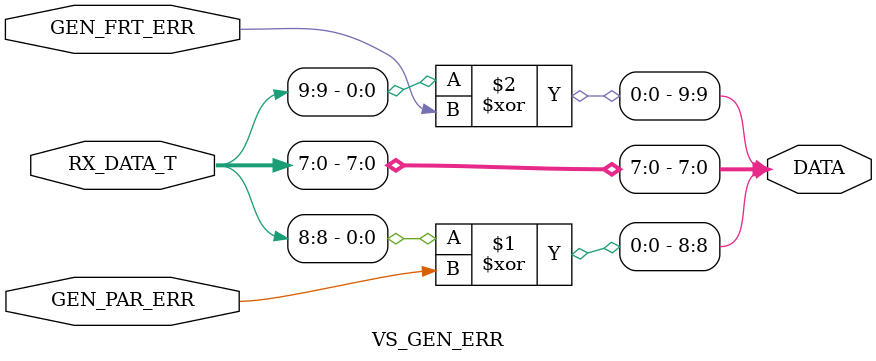
<source format=v>
`timescale 1ns / 1ps


module VS_GEN_ERR(
    input [9:0] RX_DATA_T,
    input GEN_FRT_ERR,
    input GEN_PAR_ERR,
    output [9:0] DATA
    );
   
assign DATA[0] = RX_DATA_T[0];
assign DATA[1] = RX_DATA_T[1];
assign DATA[2] = RX_DATA_T[2];
assign DATA[3] = RX_DATA_T[3];
assign DATA[4] = RX_DATA_T[4];
assign DATA[5] = RX_DATA_T[5];
assign DATA[6] = RX_DATA_T[6];
assign DATA[7] = RX_DATA_T[7];
assign DATA[8] = RX_DATA_T[8]^GEN_PAR_ERR;
assign DATA[9] = RX_DATA_T[9]^GEN_FRT_ERR;
    
endmodule

</source>
